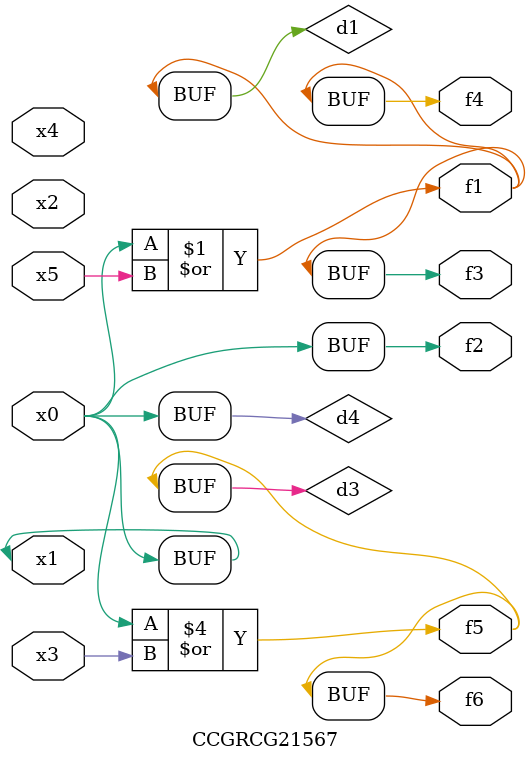
<source format=v>
module CCGRCG21567(
	input x0, x1, x2, x3, x4, x5,
	output f1, f2, f3, f4, f5, f6
);

	wire d1, d2, d3, d4;

	or (d1, x0, x5);
	xnor (d2, x1, x4);
	or (d3, x0, x3);
	buf (d4, x0, x1);
	assign f1 = d1;
	assign f2 = d4;
	assign f3 = d1;
	assign f4 = d1;
	assign f5 = d3;
	assign f6 = d3;
endmodule

</source>
